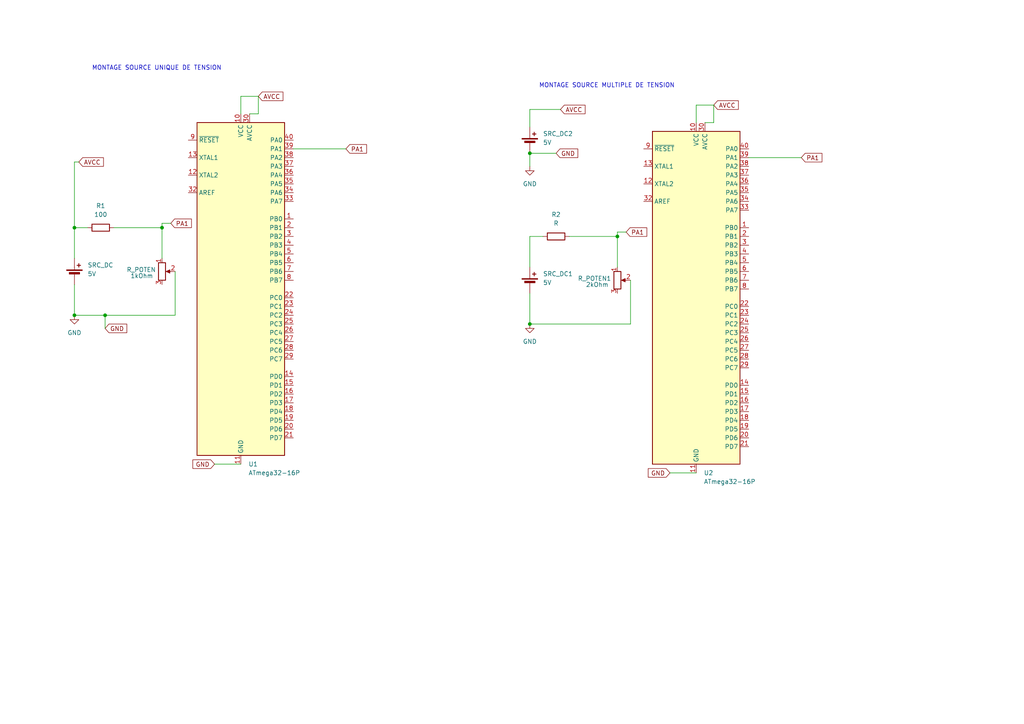
<source format=kicad_sch>
(kicad_sch (version 20231120) (generator "eeschema") (generator_version "8.0")
  (paper "A4")
  (lib_symbols
    (symbol "Device:Battery_Cell" (pin_numbers hide) (pin_names (offset 0) hide)
      (property "Reference" "BT" (at 2.54 2.54 0))
      (property "Value" "Battery_Cell" (at 2.54 0 0))
      (symbol "Battery_Cell_0_1"
        (rectangle (start -2.286 1.778) (end 2.286 1.524) (fill (type outline)))
        (rectangle (start -1.524 1.016) (end 1.524 0.508) (fill (type outline)))
        (polyline (pts (xy 0 0.762) (xy 0 0)))
        (polyline (pts (xy 0 1.778) (xy 0 2.54)))
        (polyline (pts (xy 0.762 3.048) (xy 1.778 3.048)) (stroke (width 0.254)))
        (polyline (pts (xy 1.27 3.556) (xy 1.27 2.54)) (stroke (width 0.254)))
      )
      (symbol "Battery_Cell_1_1"
        (pin passive line (at 0 5.08 270) (length 2.54) (name "+") (number "1"))
        (pin passive line (at 0 -2.54 90) (length 2.54) (name "-") (number "2"))
      )
    )
    (symbol "Device:R" (pin_numbers hide) (pin_names (offset 0))
      (property "Reference" "R" (at 2.032 0 90))
      (property "Value" "R" (at 0 0 90))
      (symbol "R_0_1"
        (rectangle (start -1.016 -2.54) (end 1.016 2.54) (stroke (width 0.254)))
      )
      (symbol "R_1_1"
        (pin passive line (at 0 3.81 270) (length 1.27) (name "~") (number "1"))
        (pin passive line (at 0 -3.81 90) (length 1.27) (name "~") (number "2"))
      )
    )
    (symbol "Device:R_Potentiometer" (pin_names (offset 1.016) hide)
      (property "Reference" "RV" (at -4.445 0 90))
      (property "Value" "R_Potentiometer" (at -2.54 0 90))
      (symbol "R_Potentiometer_0_1"
        (polyline (pts (xy 2.54 0) (xy 1.524 0)))
        (polyline (pts (xy 1.143 0) (xy 2.286 0.508) (xy 2.286 -0.508) (xy 1.143 0)) (fill (type outline)))
        (rectangle (start 1.016 2.54) (end -1.016 -2.54) (stroke (width 0.254)))
      )
      (symbol "R_Potentiometer_1_1"
        (pin passive line (at 0 3.81 270) (length 1.27) (name "1") (number "1"))
        (pin passive line (at 3.81 0 180) (length 1.27) (name "2") (number "2"))
        (pin passive line (at 0 -3.81 90) (length 1.27) (name "3") (number "3"))
      )
    )
    (symbol "MCU_Microchip_ATmega:ATmega32-16P"
      (property "Reference" "U" (at -12.7 49.53 0))
      (property "Value" "ATmega32-16P" (at 2.54 -49.53 0))
      (symbol "ATmega32-16P_0_1"
        (rectangle (start -12.7 -48.26) (end 12.7 48.26) (stroke (width 0.254)) (fill (type background)))
      )
      (symbol "ATmega32-16P_1_1"
        (pin bidirectional line (at 15.24 20.32 180) (length 2.54) (name "PB0") (number "1"))
        (pin power_in line (at 0 50.8 270) (length 2.54) (name "VCC") (number "10"))
        (pin power_in line (at 0 -50.8 90) (length 2.54) (name "GND") (number "11"))
        (pin output line (at -15.24 33.02 0) (length 2.54) (name "XTAL2") (number "12"))
        (pin input line (at -15.24 38.1 0) (length 2.54) (name "XTAL1") (number "13"))
        (pin bidirectional line (at 15.24 -25.4 180) (length 2.54) (name "PD0") (number "14"))
        (pin bidirectional line (at 15.24 -27.94 180) (length 2.54) (name "PD1") (number "15"))
        (pin bidirectional line (at 15.24 -30.48 180) (length 2.54) (name "PD2") (number "16"))
        (pin bidirectional line (at 15.24 -33.02 180) (length 2.54) (name "PD3") (number "17"))
        (pin bidirectional line (at 15.24 -35.56 180) (length 2.54) (name "PD4") (number "18"))
        (pin bidirectional line (at 15.24 -38.1 180) (length 2.54) (name "PD5") (number "19"))
        (pin bidirectional line (at 15.24 17.78 180) (length 2.54) (name "PB1") (number "2"))
        (pin bidirectional line (at 15.24 -40.64 180) (length 2.54) (name "PD6") (number "20"))
        (pin bidirectional line (at 15.24 -43.18 180) (length 2.54) (name "PD7") (number "21"))
        (pin bidirectional line (at 15.24 -2.54 180) (length 2.54) (name "PC0") (number "22"))
        (pin bidirectional line (at 15.24 -5.08 180) (length 2.54) (name "PC1") (number "23"))
        (pin bidirectional line (at 15.24 -7.62 180) (length 2.54) (name "PC2") (number "24"))
        (pin bidirectional line (at 15.24 -10.16 180) (length 2.54) (name "PC3") (number "25"))
        (pin bidirectional line (at 15.24 -12.7 180) (length 2.54) (name "PC4") (number "26"))
        (pin bidirectional line (at 15.24 -15.24 180) (length 2.54) (name "PC5") (number "27"))
        (pin bidirectional line (at 15.24 -17.78 180) (length 2.54) (name "PC6") (number "28"))
        (pin bidirectional line (at 15.24 -20.32 180) (length 2.54) (name "PC7") (number "29"))
        (pin bidirectional line (at 15.24 15.24 180) (length 2.54) (name "PB2") (number "3"))
        (pin power_in line (at 2.54 50.8 270) (length 2.54) (name "AVCC") (number "30"))
        (pin passive line (at 0 -50.8 90) (length 2.54) hide (name "GND") (number "31"))
        (pin passive line (at -15.24 27.94 0) (length 2.54) (name "AREF") (number "32"))
        (pin bidirectional line (at 15.24 25.4 180) (length 2.54) (name "PA7") (number "33"))
        (pin bidirectional line (at 15.24 27.94 180) (length 2.54) (name "PA6") (number "34"))
        (pin bidirectional line (at 15.24 30.48 180) (length 2.54) (name "PA5") (number "35"))
        (pin bidirectional line (at 15.24 33.02 180) (length 2.54) (name "PA4") (number "36"))
        (pin bidirectional line (at 15.24 35.56 180) (length 2.54) (name "PA3") (number "37"))
        (pin bidirectional line (at 15.24 38.1 180) (length 2.54) (name "PA2") (number "38"))
        (pin bidirectional line (at 15.24 40.64 180) (length 2.54) (name "PA1") (number "39"))
        (pin bidirectional line (at 15.24 12.7 180) (length 2.54) (name "PB3") (number "4"))
        (pin bidirectional line (at 15.24 43.18 180) (length 2.54) (name "PA0") (number "40"))
        (pin bidirectional line (at 15.24 10.16 180) (length 2.54) (name "PB4") (number "5"))
        (pin bidirectional line (at 15.24 7.62 180) (length 2.54) (name "PB5") (number "6"))
        (pin bidirectional line (at 15.24 5.08 180) (length 2.54) (name "PB6") (number "7"))
        (pin bidirectional line (at 15.24 2.54 180) (length 2.54) (name "PB7") (number "8"))
        (pin input line (at -15.24 43.18 0) (length 2.54) (name "~{RESET}") (number "9"))
      )
    )
    (symbol "power:GND" (power) (pin_numbers hide) (pin_names (offset 0) hide)
      (property "Value" "GND" (at 0 -3.81 0))
      (symbol "GND_0_1"
        (polyline (pts (xy 0 0) (xy 0 -1.27) (xy 1.27 -1.27) (xy 0 -2.54) (xy -1.27 -1.27) (xy 0 -1.27)))
      )
      (symbol "GND_1_1"
        (pin power_in line (at 0 0 270) (length 0) (name "~") (number "1"))
      )
    )
  )
  (junction (at 21.59 66.04))
  (junction (at 46.99 66.04))
  (junction (at 153.67 93.98))
  (junction (at 179.07 68.58))
  (junction (at 30.48 91.44))
  (junction (at 153.67 44.45))
  (junction (at 21.59 91.44))
  (wire (pts (xy 46.99 66.04) (xy 46.99 74.93)))
  (wire (pts (xy 74.93 33.02) (xy 74.93 27.94)))
  (wire (pts (xy 72.39 33.02) (xy 74.93 33.02)))
  (wire (pts (xy 153.67 36.83) (xy 153.67 31.75)))
  (wire (pts (xy 232.41 45.72) (xy 217.17 45.72)))
  (wire (pts (xy 153.67 85.09) (xy 153.67 93.98)))
  (wire (pts (xy 194.31 137.16) (xy 201.93 137.16)))
  (wire (pts (xy 207.01 35.56) (xy 207.01 30.48)))
  (wire (pts (xy 100.33 43.18) (xy 85.09 43.18)))
  (wire (pts (xy 201.93 35.56) (xy 201.93 30.48)))
  (wire (pts (xy 201.93 30.48) (xy 207.01 30.48)))
  (wire (pts (xy 153.67 44.45) (xy 153.67 48.26)))
  (wire (pts (xy 21.59 66.04) (xy 21.59 46.99)))
  (wire (pts (xy 69.85 27.94) (xy 74.93 27.94)))
  (wire (pts (xy 179.07 67.31) (xy 181.61 67.31)))
  (wire (pts (xy 179.07 68.58) (xy 179.07 77.47)))
  (wire (pts (xy 25.4 66.04) (xy 21.59 66.04)))
  (wire (pts (xy 21.59 46.99) (xy 22.86 46.99)))
  (wire (pts (xy 50.8 78.74) (xy 50.8 91.44)))
  (wire (pts (xy 62.23 134.62) (xy 69.85 134.62)))
  (wire (pts (xy 204.47 35.56) (xy 207.01 35.56)))
  (wire (pts (xy 21.59 82.55) (xy 21.59 91.44)))
  (wire (pts (xy 30.48 91.44) (xy 21.59 91.44)))
  (wire (pts (xy 33.02 66.04) (xy 46.99 66.04)))
  (wire (pts (xy 179.07 68.58) (xy 179.07 67.31)))
  (wire (pts (xy 21.59 66.04) (xy 21.59 74.93)))
  (wire (pts (xy 153.67 44.45) (xy 161.29 44.45)))
  (wire (pts (xy 153.67 31.75) (xy 162.56 31.75)))
  (wire (pts (xy 46.99 66.04) (xy 46.99 64.77)))
  (wire (pts (xy 50.8 91.44) (xy 30.48 91.44)))
  (wire (pts (xy 30.48 91.44) (xy 30.48 95.25)))
  (wire (pts (xy 182.88 81.28) (xy 182.88 93.98)))
  (wire (pts (xy 153.67 93.98) (xy 182.88 93.98)))
  (wire (pts (xy 165.1 68.58) (xy 179.07 68.58)))
  (wire (pts (xy 69.85 33.02) (xy 69.85 27.94)))
  (wire (pts (xy 153.67 68.58) (xy 153.67 77.47)))
  (wire (pts (xy 46.99 64.77) (xy 49.53 64.77)))
  (wire (pts (xy 157.48 68.58) (xy 153.67 68.58)))
  (text "MONTAGE SOURCE UNIQUE DE TENSION\n\n" (at 45.466 20.828 0) (effects (font (size 1.27 1.27))))
  (text "MONTAGE SOURCE MULTIPLE DE TENSION\n\n" (at 176.022 25.908 0) (effects (font (size 1.27 1.27))))
  (global_label "AVCC" (shape input) (at 207.01 30.48 0) (property "Intersheetrefs" "${INTERSHEET_REFS}" (effects (hide yes))))
  (global_label "GND" (shape input) (at 30.48 95.25 0) (property "Intersheetrefs" "${INTERSHEET_REFS}" (effects (hide yes))))
  (global_label "GND" (shape input) (at 161.29 44.45 0) (property "Intersheetrefs" "${INTERSHEET_REFS}" (effects (hide yes))))
  (global_label "PA1" (shape input) (at 100.33 43.18 0) (property "Intersheetrefs" "${INTERSHEET_REFS}" (effects (hide yes))))
  (global_label "AVCC" (shape input) (at 162.56 31.75 0) (property "Intersheetrefs" "${INTERSHEET_REFS}" (effects (hide yes))))
  (global_label "PA1" (shape input) (at 232.41 45.72 0) (property "Intersheetrefs" "${INTERSHEET_REFS}" (effects (hide yes))))
  (global_label "PA1" (shape input) (at 49.53 64.77 0) (property "Intersheetrefs" "${INTERSHEET_REFS}" (effects (hide yes))))
  (global_label "AVCC" (shape input) (at 22.86 46.99 0) (property "Intersheetrefs" "${INTERSHEET_REFS}" (effects (hide yes))))
  (global_label "AVCC" (shape input) (at 74.93 27.94 0) (property "Intersheetrefs" "${INTERSHEET_REFS}" (effects (hide yes))))
  (global_label "GND" (shape input) (at 194.31 137.16 180) (property "Intersheetrefs" "${INTERSHEET_REFS}" (effects (hide yes))))
  (global_label "PA1" (shape input) (at 181.61 67.31 0) (property "Intersheetrefs" "${INTERSHEET_REFS}" (effects (hide yes))))
  (global_label "GND" (shape input) (at 62.23 134.62 180) (property "Intersheetrefs" "${INTERSHEET_REFS}" (effects (hide yes))))
  (symbol (lib_id "Device:Battery_Cell") (at 21.59 80.01 0) (unit 1)
    (property "Reference" "SRC_DC" (at 25.4 76.8984 0) (effects (justify left)))
    (property "Value" "5V" (at 25.4 79.4384 0) (effects (justify left)))
    (property "Description" "Single-cell battery" (effects (hide yes)))
  )
  (symbol (lib_id "Device:R") (at 161.29 68.58 270) (unit 1)
    (property "Reference" "R2" (at 161.29 62.23 90))
    (property "Value" "R" (at 161.29 64.77 90))
    (property "Description" "Resistor" (effects (hide yes)))
  )
  (symbol (lib_id "Device:Battery_Cell") (at 153.67 41.91 0) (unit 1)
    (property "Reference" "SRC_DC2" (at 157.48 38.7984 0) (effects (justify left)))
    (property "Value" "5V" (at 157.48 41.3384 0) (effects (justify left)))
    (property "Description" "Single-cell battery" (effects (hide yes)))
  )
  (symbol (lib_id "Device:R_Potentiometer") (at 46.99 78.74 0) (unit 1)
    (property "Reference" "R_POTEN" (at 45.212 78.232 0) (effects (justify right)))
    (property "Value" "1kOhm" (at 44.45 80.0099 0) (effects (justify right)))
    (property "Description" "Potentiometer" (effects (hide yes)))
  )
  (symbol (lib_id "MCU_Microchip_ATmega:ATmega32-16P") (at 69.85 83.82 0) (unit 1)
    (property "Reference" "U1" (at 72.0441 134.62 0) (effects (justify left)))
    (property "Value" "ATmega32-16P" (at 72.0441 137.16 0) (effects (justify left)))
    (property "Footprint" "Package_DIP:DIP-40_W15.24mm" (effects (hide yes)))
    (property "Datasheet" "http://ww1.microchip.com/downloads/en/DeviceDoc/doc2503.pdf" (effects (hide yes)))
    (property "Description" "16MHz, 32kB Flash, 2kB SRAM, 1kB EEPROM, JTAG, DIP-40" (effects (hide yes)))
  )
  (symbol (lib_id "Device:R_Potentiometer") (at 179.07 81.28 0) (unit 1)
    (property "Reference" "R_POTEN1" (at 177.292 80.772 0) (effects (justify right)))
    (property "Value" "2kOhm" (at 176.53 82.5499 0) (effects (justify right)))
    (property "Description" "Potentiometer" (effects (hide yes)))
  )
  (symbol (lib_id "Device:Battery_Cell") (at 153.67 82.55 0) (unit 1)
    (property "Reference" "SRC_DC1" (at 157.48 79.4384 0) (effects (justify left)))
    (property "Value" "5V" (at 157.48 81.9784 0) (effects (justify left)))
    (property "Description" "Single-cell battery" (effects (hide yes)))
  )
  (symbol (lib_id "Device:R") (at 29.21 66.04 270) (unit 1)
    (property "Reference" "R1" (at 29.21 59.69 90))
    (property "Value" "100" (at 29.21 62.23 90))
    (property "Description" "Resistor" (effects (hide yes)))
  )
  (symbol (lib_id "power:GND") (at 153.67 48.26 0) (unit 1)
    (property "Reference" "#PWR03" (effects (hide yes)))
    (property "Value" "GND" (at 153.67 53.34 0))
    (property "Description" "Power symbol creates a global label with name \"GND\" , ground" (effects (hide yes)))
  )
  (symbol (lib_id "power:GND") (at 153.67 93.98 0) (unit 1)
    (property "Reference" "#PWR02" (effects (hide yes)))
    (property "Value" "GND" (at 153.67 99.06 0))
    (property "Description" "Power symbol creates a global label with name \"GND\" , ground" (effects (hide yes)))
  )
  (symbol (lib_id "power:GND") (at 21.59 91.44 0) (unit 1)
    (property "Reference" "#PWR01" (effects (hide yes)))
    (property "Value" "GND" (at 21.59 96.52 0))
    (property "Description" "Power symbol creates a global label with name \"GND\" , ground" (effects (hide yes)))
  )
  (symbol (lib_id "MCU_Microchip_ATmega:ATmega32-16P") (at 201.93 86.36 0) (unit 1)
    (property "Reference" "U2" (at 204.1241 137.16 0) (effects (justify left)))
    (property "Value" "ATmega32-16P" (at 204.1241 139.7 0) (effects (justify left)))
    (property "Footprint" "Package_DIP:DIP-40_W15.24mm" (effects (hide yes)))
    (property "Datasheet" "http://ww1.microchip.com/downloads/en/DeviceDoc/doc2503.pdf" (effects (hide yes)))
    (property "Description" "16MHz, 32kB Flash, 2kB SRAM, 1kB EEPROM, JTAG, DIP-40" (effects (hide yes)))
  )
)
</source>
